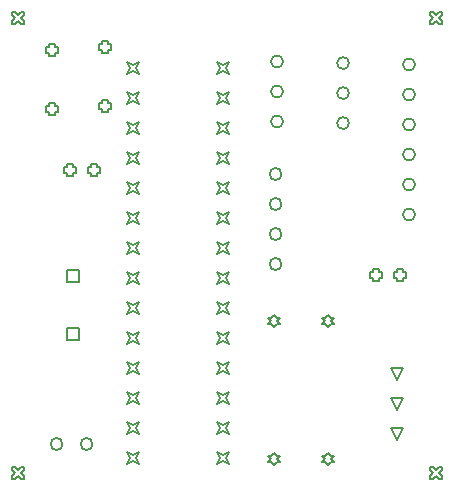
<source format=gbr>
G04*
G04 #@! TF.GenerationSoftware,Altium Limited,Altium Designer,22.4.2 (48)*
G04*
G04 Layer_Color=2752767*
%FSLAX25Y25*%
%MOIN*%
G70*
G04*
G04 #@! TF.SameCoordinates,58CDF047-041F-4824-80A0-4C5186096447*
G04*
G04*
G04 #@! TF.FilePolarity,Positive*
G04*
G01*
G75*
%ADD37C,0.00500*%
%ADD38C,0.00667*%
D37*
X121500Y410000D02*
Y414000D01*
X125500D01*
Y410000D01*
X121500D01*
Y390787D02*
Y394787D01*
X125500D01*
Y390787D01*
X121500D01*
X231500Y377500D02*
X229500Y381500D01*
X233500D01*
X231500Y377500D01*
Y367500D02*
X229500Y371500D01*
X233500D01*
X231500Y367500D01*
Y357500D02*
X229500Y361500D01*
X233500D01*
X231500Y357500D01*
X190500Y395000D02*
X191500Y396000D01*
X192500D01*
X191500Y397000D01*
X192500Y398000D01*
X191500D01*
X190500Y399000D01*
X189500Y398000D01*
X188500D01*
X189500Y397000D01*
X188500Y396000D01*
X189500D01*
X190500Y395000D01*
Y349067D02*
X191500Y350067D01*
X192500D01*
X191500Y351067D01*
X192500Y352067D01*
X191500D01*
X190500Y353067D01*
X189500Y352067D01*
X188500D01*
X189500Y351067D01*
X188500Y350067D01*
X189500D01*
X190500Y349067D01*
X208500Y395000D02*
X209500Y396000D01*
X210500D01*
X209500Y397000D01*
X210500Y398000D01*
X209500D01*
X208500Y399000D01*
X207500Y398000D01*
X206500D01*
X207500Y397000D01*
X206500Y396000D01*
X207500D01*
X208500Y395000D01*
Y349067D02*
X209500Y350067D01*
X210500D01*
X209500Y351067D01*
X210500Y352067D01*
X209500D01*
X208500Y353067D01*
X207500Y352067D01*
X206500D01*
X207500Y351067D01*
X206500Y350067D01*
X207500D01*
X208500Y349067D01*
X171500Y349500D02*
X172500Y351500D01*
X171500Y353500D01*
X173500Y352500D01*
X175500Y353500D01*
X174500Y351500D01*
X175500Y349500D01*
X173500Y350500D01*
X171500Y349500D01*
Y359500D02*
X172500Y361500D01*
X171500Y363500D01*
X173500Y362500D01*
X175500Y363500D01*
X174500Y361500D01*
X175500Y359500D01*
X173500Y360500D01*
X171500Y359500D01*
Y369500D02*
X172500Y371500D01*
X171500Y373500D01*
X173500Y372500D01*
X175500Y373500D01*
X174500Y371500D01*
X175500Y369500D01*
X173500Y370500D01*
X171500Y369500D01*
Y379500D02*
X172500Y381500D01*
X171500Y383500D01*
X173500Y382500D01*
X175500Y383500D01*
X174500Y381500D01*
X175500Y379500D01*
X173500Y380500D01*
X171500Y379500D01*
Y389500D02*
X172500Y391500D01*
X171500Y393500D01*
X173500Y392500D01*
X175500Y393500D01*
X174500Y391500D01*
X175500Y389500D01*
X173500Y390500D01*
X171500Y389500D01*
Y399500D02*
X172500Y401500D01*
X171500Y403500D01*
X173500Y402500D01*
X175500Y403500D01*
X174500Y401500D01*
X175500Y399500D01*
X173500Y400500D01*
X171500Y399500D01*
Y409500D02*
X172500Y411500D01*
X171500Y413500D01*
X173500Y412500D01*
X175500Y413500D01*
X174500Y411500D01*
X175500Y409500D01*
X173500Y410500D01*
X171500Y409500D01*
Y419500D02*
X172500Y421500D01*
X171500Y423500D01*
X173500Y422500D01*
X175500Y423500D01*
X174500Y421500D01*
X175500Y419500D01*
X173500Y420500D01*
X171500Y419500D01*
Y429500D02*
X172500Y431500D01*
X171500Y433500D01*
X173500Y432500D01*
X175500Y433500D01*
X174500Y431500D01*
X175500Y429500D01*
X173500Y430500D01*
X171500Y429500D01*
Y439500D02*
X172500Y441500D01*
X171500Y443500D01*
X173500Y442500D01*
X175500Y443500D01*
X174500Y441500D01*
X175500Y439500D01*
X173500Y440500D01*
X171500Y439500D01*
Y449500D02*
X172500Y451500D01*
X171500Y453500D01*
X173500Y452500D01*
X175500Y453500D01*
X174500Y451500D01*
X175500Y449500D01*
X173500Y450500D01*
X171500Y449500D01*
Y459500D02*
X172500Y461500D01*
X171500Y463500D01*
X173500Y462500D01*
X175500Y463500D01*
X174500Y461500D01*
X175500Y459500D01*
X173500Y460500D01*
X171500Y459500D01*
Y469500D02*
X172500Y471500D01*
X171500Y473500D01*
X173500Y472500D01*
X175500Y473500D01*
X174500Y471500D01*
X175500Y469500D01*
X173500Y470500D01*
X171500Y469500D01*
Y479500D02*
X172500Y481500D01*
X171500Y483500D01*
X173500Y482500D01*
X175500Y483500D01*
X174500Y481500D01*
X175500Y479500D01*
X173500Y480500D01*
X171500Y479500D01*
X141500Y349500D02*
X142500Y351500D01*
X141500Y353500D01*
X143500Y352500D01*
X145500Y353500D01*
X144500Y351500D01*
X145500Y349500D01*
X143500Y350500D01*
X141500Y349500D01*
Y359500D02*
X142500Y361500D01*
X141500Y363500D01*
X143500Y362500D01*
X145500Y363500D01*
X144500Y361500D01*
X145500Y359500D01*
X143500Y360500D01*
X141500Y359500D01*
Y369500D02*
X142500Y371500D01*
X141500Y373500D01*
X143500Y372500D01*
X145500Y373500D01*
X144500Y371500D01*
X145500Y369500D01*
X143500Y370500D01*
X141500Y369500D01*
Y379500D02*
X142500Y381500D01*
X141500Y383500D01*
X143500Y382500D01*
X145500Y383500D01*
X144500Y381500D01*
X145500Y379500D01*
X143500Y380500D01*
X141500Y379500D01*
Y389500D02*
X142500Y391500D01*
X141500Y393500D01*
X143500Y392500D01*
X145500Y393500D01*
X144500Y391500D01*
X145500Y389500D01*
X143500Y390500D01*
X141500Y389500D01*
Y399500D02*
X142500Y401500D01*
X141500Y403500D01*
X143500Y402500D01*
X145500Y403500D01*
X144500Y401500D01*
X145500Y399500D01*
X143500Y400500D01*
X141500Y399500D01*
Y409500D02*
X142500Y411500D01*
X141500Y413500D01*
X143500Y412500D01*
X145500Y413500D01*
X144500Y411500D01*
X145500Y409500D01*
X143500Y410500D01*
X141500Y409500D01*
Y419500D02*
X142500Y421500D01*
X141500Y423500D01*
X143500Y422500D01*
X145500Y423500D01*
X144500Y421500D01*
X145500Y419500D01*
X143500Y420500D01*
X141500Y419500D01*
Y429500D02*
X142500Y431500D01*
X141500Y433500D01*
X143500Y432500D01*
X145500Y433500D01*
X144500Y431500D01*
X145500Y429500D01*
X143500Y430500D01*
X141500Y429500D01*
Y439500D02*
X142500Y441500D01*
X141500Y443500D01*
X143500Y442500D01*
X145500Y443500D01*
X144500Y441500D01*
X145500Y439500D01*
X143500Y440500D01*
X141500Y439500D01*
Y449500D02*
X142500Y451500D01*
X141500Y453500D01*
X143500Y452500D01*
X145500Y453500D01*
X144500Y451500D01*
X145500Y449500D01*
X143500Y450500D01*
X141500Y449500D01*
Y459500D02*
X142500Y461500D01*
X141500Y463500D01*
X143500Y462500D01*
X145500Y463500D01*
X144500Y461500D01*
X145500Y459500D01*
X143500Y460500D01*
X141500Y459500D01*
Y469500D02*
X142500Y471500D01*
X141500Y473500D01*
X143500Y472500D01*
X145500Y473500D01*
X144500Y471500D01*
X145500Y469500D01*
X143500Y470500D01*
X141500Y469500D01*
Y479500D02*
X142500Y481500D01*
X141500Y483500D01*
X143500Y482500D01*
X145500Y483500D01*
X144500Y481500D01*
X145500Y479500D01*
X143500Y480500D01*
X141500Y479500D01*
X133000Y467815D02*
Y466815D01*
X135000D01*
Y467815D01*
X136000D01*
Y469815D01*
X135000D01*
Y470815D01*
X133000D01*
Y469815D01*
X132000D01*
Y467815D01*
X133000D01*
Y487500D02*
Y486500D01*
X135000D01*
Y487500D01*
X136000D01*
Y489500D01*
X135000D01*
Y490500D01*
X133000D01*
Y489500D01*
X132000D01*
Y487500D01*
X133000D01*
X115500Y466815D02*
Y465815D01*
X117500D01*
Y466815D01*
X118500D01*
Y468815D01*
X117500D01*
Y469815D01*
X115500D01*
Y468815D01*
X114500D01*
Y466815D01*
X115500D01*
Y486500D02*
Y485500D01*
X117500D01*
Y486500D01*
X118500D01*
Y488500D01*
X117500D01*
Y489500D01*
X115500D01*
Y488500D01*
X114500D01*
Y486500D01*
X115500D01*
X223500Y411500D02*
Y410500D01*
X225500D01*
Y411500D01*
X226500D01*
Y413500D01*
X225500D01*
Y414500D01*
X223500D01*
Y413500D01*
X222500D01*
Y411500D01*
X223500D01*
X231500D02*
Y410500D01*
X233500D01*
Y411500D01*
X234500D01*
Y413500D01*
X233500D01*
Y414500D01*
X231500D01*
Y413500D01*
X230500D01*
Y411500D01*
X231500D01*
X121500Y446500D02*
Y445500D01*
X123500D01*
Y446500D01*
X124500D01*
Y448500D01*
X123500D01*
Y449500D01*
X121500D01*
Y448500D01*
X120500D01*
Y446500D01*
X121500D01*
X129500D02*
Y445500D01*
X131500D01*
Y446500D01*
X132500D01*
Y448500D01*
X131500D01*
Y449500D01*
X129500D01*
Y448500D01*
X128500D01*
Y446500D01*
X129500D01*
X242500Y344500D02*
X243500D01*
X244500Y345500D01*
X245500Y344500D01*
X246500D01*
Y345500D01*
X245500Y346500D01*
X246500Y347500D01*
Y348500D01*
X245500D01*
X244500Y347500D01*
X243500Y348500D01*
X242500D01*
Y347500D01*
X243500Y346500D01*
X242500Y345500D01*
Y344500D01*
X103000D02*
X104000D01*
X105000Y345500D01*
X106000Y344500D01*
X107000D01*
Y345500D01*
X106000Y346500D01*
X107000Y347500D01*
Y348500D01*
X106000D01*
X105000Y347500D01*
X104000Y348500D01*
X103000D01*
Y347500D01*
X104000Y346500D01*
X103000Y345500D01*
Y344500D01*
X242500Y496000D02*
X243500D01*
X244500Y497000D01*
X245500Y496000D01*
X246500D01*
Y497000D01*
X245500Y498000D01*
X246500Y499000D01*
Y500000D01*
X245500D01*
X244500Y499000D01*
X243500Y500000D01*
X242500D01*
Y499000D01*
X243500Y498000D01*
X242500Y497000D01*
Y496000D01*
X103000D02*
X104000D01*
X105000Y497000D01*
X106000Y496000D01*
X107000D01*
Y497000D01*
X106000Y498000D01*
X107000Y499000D01*
Y500000D01*
X106000D01*
X105000Y499000D01*
X104000Y500000D01*
X103000D01*
Y499000D01*
X104000Y498000D01*
X103000Y497000D01*
Y496000D01*
D38*
X193000Y436000D02*
G03*
X193000Y436000I-2000J0D01*
G01*
Y446000D02*
G03*
X193000Y446000I-2000J0D01*
G01*
Y426000D02*
G03*
X193000Y426000I-2000J0D01*
G01*
Y416000D02*
G03*
X193000Y416000I-2000J0D01*
G01*
X130000Y356000D02*
G03*
X130000Y356000I-2000J0D01*
G01*
X120000D02*
G03*
X120000Y356000I-2000J0D01*
G01*
X193500Y463500D02*
G03*
X193500Y463500I-2000J0D01*
G01*
Y473500D02*
G03*
X193500Y473500I-2000J0D01*
G01*
Y483500D02*
G03*
X193500Y483500I-2000J0D01*
G01*
X237500Y482500D02*
G03*
X237500Y482500I-2000J0D01*
G01*
Y432500D02*
G03*
X237500Y432500I-2000J0D01*
G01*
Y472500D02*
G03*
X237500Y472500I-2000J0D01*
G01*
Y462500D02*
G03*
X237500Y462500I-2000J0D01*
G01*
Y442500D02*
G03*
X237500Y442500I-2000J0D01*
G01*
Y452500D02*
G03*
X237500Y452500I-2000J0D01*
G01*
X215500Y483000D02*
G03*
X215500Y483000I-2000J0D01*
G01*
Y473000D02*
G03*
X215500Y473000I-2000J0D01*
G01*
Y463000D02*
G03*
X215500Y463000I-2000J0D01*
G01*
M02*

</source>
